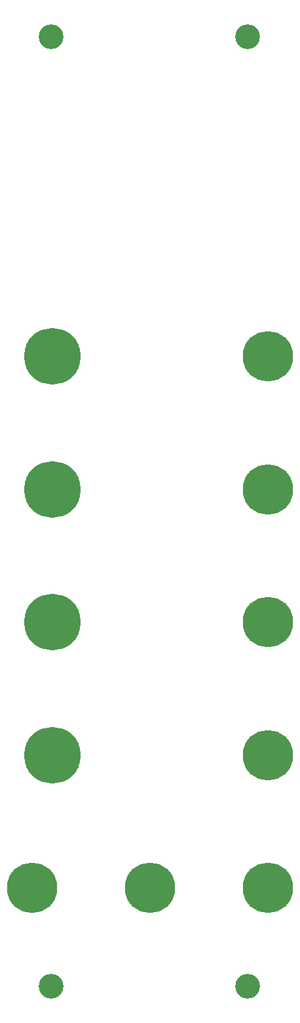
<source format=gbr>
G04 #@! TF.GenerationSoftware,KiCad,Pcbnew,6.0.6+dfsg-1*
G04 #@! TF.CreationDate,2022-10-02T16:41:46+02:00*
G04 #@! TF.ProjectId,demiurge-panel_adsr,64656d69-7572-4676-952d-70616e656c5f,F*
G04 #@! TF.SameCoordinates,Original*
G04 #@! TF.FileFunction,Soldermask,Top*
G04 #@! TF.FilePolarity,Negative*
%FSLAX46Y46*%
G04 Gerber Fmt 4.6, Leading zero omitted, Abs format (unit mm)*
G04 Created by KiCad (PCBNEW 6.0.6+dfsg-1) date 2022-10-02 16:41:46*
%MOMM*%
%LPD*%
G01*
G04 APERTURE LIST*
%ADD10C,3.200000*%
%ADD11C,6.500000*%
%ADD12C,7.300000*%
G04 APERTURE END LIST*
D10*
X109100000Y-167000000D03*
X109100000Y-44500000D03*
X83700000Y-44500000D03*
X83700000Y-167000000D03*
D11*
X111760000Y-137160000D03*
D12*
X83845400Y-85725000D03*
X83870800Y-137160000D03*
X83896200Y-102870000D03*
D11*
X111760000Y-154305000D03*
D12*
X83896200Y-120015000D03*
D11*
X81280000Y-154305000D03*
X111760000Y-102870000D03*
X111760000Y-120015000D03*
X111760000Y-85725000D03*
X96530683Y-154305000D03*
M02*

</source>
